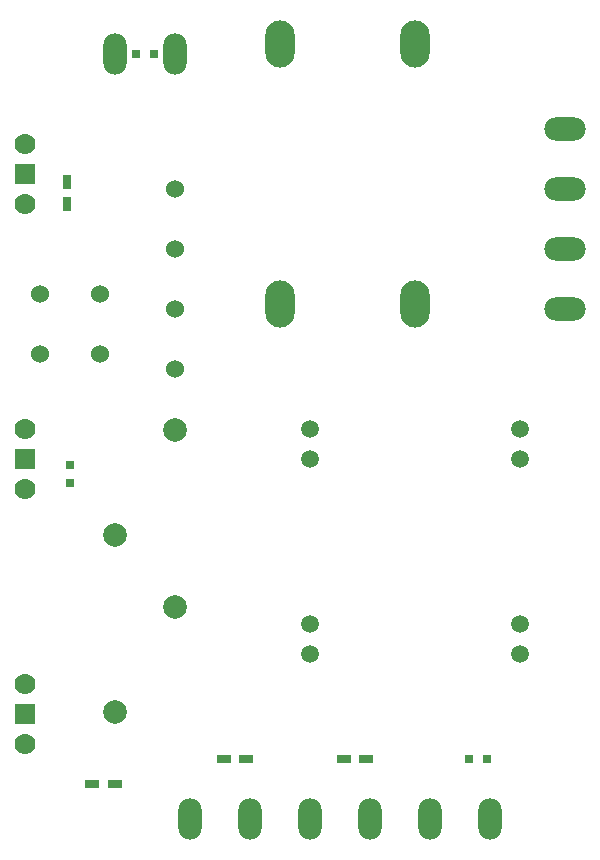
<source format=gbr>
G04 #@! TF.FileFunction,Soldermask,Bot*
%FSLAX46Y46*%
G04 Gerber Fmt 4.6, Leading zero omitted, Abs format (unit mm)*
G04 Created by KiCad (PCBNEW (after 2015-mar-04 BZR unknown)-product) date Sat 22 Oct 2016 07:01:29 PM CEST*
%MOMM*%
G01*
G04 APERTURE LIST*
%ADD10C,0.100000*%
%ADD11R,1.200000X0.750000*%
%ADD12R,0.750000X1.200000*%
%ADD13C,1.778000*%
%ADD14R,1.778000X1.778000*%
%ADD15C,1.501140*%
%ADD16C,1.524000*%
%ADD17O,2.499360X4.000500*%
%ADD18O,3.500120X1.998980*%
%ADD19O,1.998980X3.500120*%
%ADD20C,1.998980*%
%ADD21R,0.800000X0.750000*%
%ADD22R,0.750000X0.800000*%
G04 APERTURE END LIST*
D10*
D11*
X19700200Y-77089000D03*
X21600200Y-77089000D03*
D12*
X17576800Y-27950200D03*
X17576800Y-26050200D03*
D11*
X32700000Y-74930000D03*
X30800000Y-74930000D03*
X42860000Y-74930000D03*
X40960000Y-74930000D03*
D13*
X13970000Y-73660000D03*
D14*
X13970000Y-71120000D03*
D13*
X13970000Y-68580000D03*
X13970000Y-52070000D03*
D14*
X13970000Y-49530000D03*
D13*
X13970000Y-46990000D03*
X13970000Y-27940000D03*
D14*
X13970000Y-25400000D03*
D13*
X13970000Y-22860000D03*
D15*
X55880000Y-49530000D03*
X55880000Y-46990000D03*
X55880000Y-66040000D03*
X55880000Y-63500000D03*
X38100000Y-49530000D03*
X38100000Y-46990000D03*
X38100000Y-66040000D03*
X38100000Y-63500000D03*
D16*
X26670000Y-26670000D03*
X26670000Y-36830000D03*
X26670000Y-31750000D03*
X26670000Y-41910000D03*
X15240000Y-40640000D03*
X20320000Y-40640000D03*
X20320000Y-35560000D03*
X15240000Y-35560000D03*
D17*
X46990000Y-36400740D03*
X46990000Y-14399260D03*
X35560000Y-36400740D03*
X35560000Y-14399260D03*
D18*
X59690000Y-26670000D03*
X59690000Y-21590000D03*
X59690000Y-36830000D03*
X59690000Y-31750000D03*
D19*
X27940000Y-80010000D03*
X33020000Y-80010000D03*
X38100000Y-80010000D03*
X43180000Y-80010000D03*
X48260000Y-80010000D03*
X53340000Y-80010000D03*
X26670000Y-15240000D03*
X21590000Y-15240000D03*
D20*
X26670000Y-47110000D03*
X26670000Y-62110000D03*
X21590000Y-56000000D03*
X21590000Y-71000000D03*
D21*
X53074000Y-74930000D03*
X51574000Y-74930000D03*
D22*
X17780000Y-51550000D03*
X17780000Y-50050000D03*
D21*
X23380000Y-15240000D03*
X24880000Y-15240000D03*
M02*

</source>
